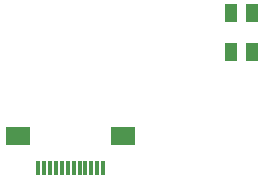
<source format=gbp>
G04 Layer: BottomPasteMaskLayer*
G04 EasyEDA Pro v2.2.32.3, 2024-10-30 17:41:05*
G04 Gerber Generator version 0.3*
G04 Scale: 100 percent, Rotated: No, Reflected: No*
G04 Dimensions in millimeters*
G04 Leading zeros omitted, absolute positions, 3 integers and 5 decimals*
%FSLAX35Y35*%
%MOMM*%
%ADD10R,2.0X1.6*%
%ADD11R,2.0X1.6*%
%ADD12R,0.29997X1.3*%
%ADD13R,0.997X1.54501*%
G75*


G04 Pad Start*
G54D10*
G01X672592Y-1161402D03*
G54D11*
G01X1562608Y-1161351D03*
G54D12*
G01X1392606Y-1429448D03*
G01X1342568Y-1429448D03*
G01X1292530Y-1429448D03*
G01X1242492Y-1429448D03*
G01X1192581Y-1429448D03*
G01X1142670Y-1429448D03*
G01X1092632Y-1429448D03*
G01X1042594Y-1429448D03*
G01X992556Y-1429448D03*
G01X942518Y-1429448D03*
G01X892480Y-1429448D03*
G01X842569Y-1429448D03*
G54D13*
G01X2478938Y-115646D03*
G01X2656942Y-115646D03*
G01X2656942Y-443154D03*
G01X2478938Y-443154D03*
G04 Pad End*

M02*


</source>
